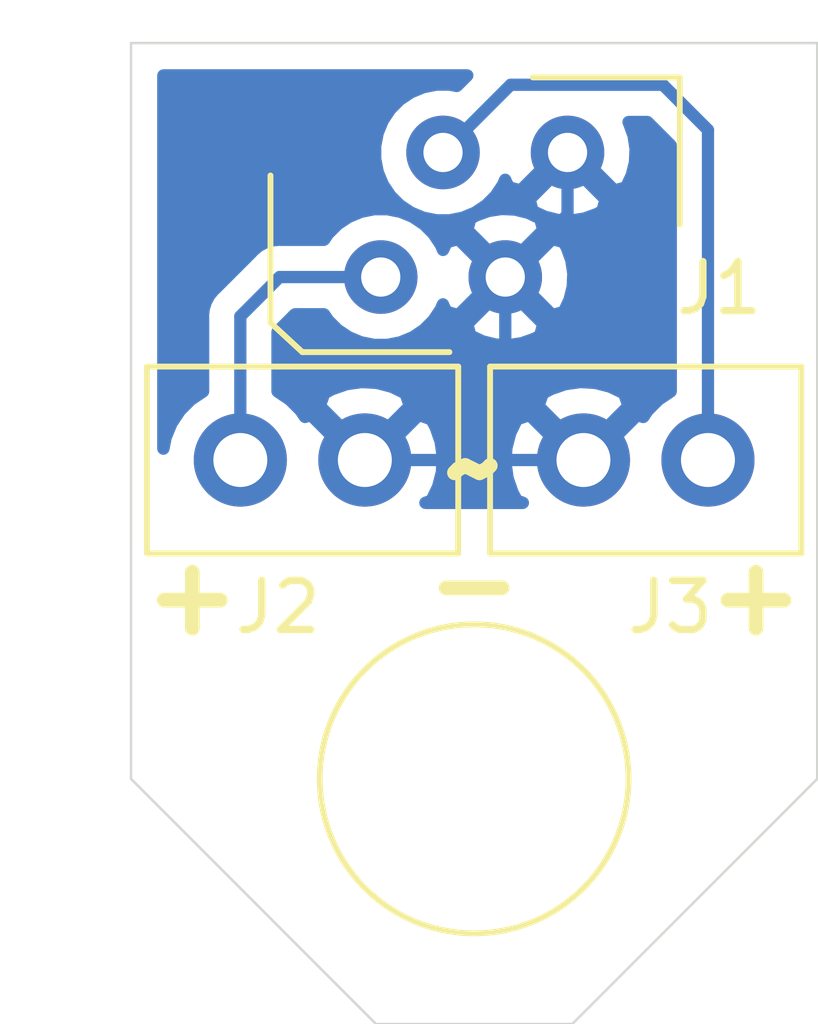
<source format=kicad_pcb>
(kicad_pcb (version 20171130) (host pcbnew "(5.1.6)-1")

  (general
    (thickness 1.6)
    (drawings 9)
    (tracks 13)
    (zones 0)
    (modules 4)
    (nets 4)
  )

  (page A4)
  (layers
    (0 F.Cu signal)
    (31 B.Cu signal)
    (32 B.Adhes user)
    (33 F.Adhes user)
    (34 B.Paste user)
    (35 F.Paste user)
    (36 B.SilkS user)
    (37 F.SilkS user)
    (38 B.Mask user)
    (39 F.Mask user)
    (40 Dwgs.User user)
    (41 Cmts.User user)
    (42 Eco1.User user)
    (43 Eco2.User user)
    (44 Edge.Cuts user)
    (45 Margin user)
    (46 B.CrtYd user)
    (47 F.CrtYd user)
    (48 B.Fab user)
    (49 F.Fab user)
  )

  (setup
    (last_trace_width 0.25)
    (trace_clearance 0.2)
    (zone_clearance 0.508)
    (zone_45_only no)
    (trace_min 0.2)
    (via_size 0.8)
    (via_drill 0.4)
    (via_min_size 0.4)
    (via_min_drill 0.3)
    (uvia_size 0.3)
    (uvia_drill 0.1)
    (uvias_allowed no)
    (uvia_min_size 0.2)
    (uvia_min_drill 0.1)
    (edge_width 0.05)
    (segment_width 0.2)
    (pcb_text_width 0.3)
    (pcb_text_size 1.5 1.5)
    (mod_edge_width 0.12)
    (mod_text_size 1 1)
    (mod_text_width 0.15)
    (pad_size 1.524 1.524)
    (pad_drill 0.762)
    (pad_to_mask_clearance 0.05)
    (aux_axis_origin 128 80)
    (visible_elements 7FFFFFFF)
    (pcbplotparams
      (layerselection 0x010f0_ffffffff)
      (usegerberextensions true)
      (usegerberattributes false)
      (usegerberadvancedattributes false)
      (creategerberjobfile false)
      (excludeedgelayer true)
      (linewidth 0.100000)
      (plotframeref false)
      (viasonmask false)
      (mode 1)
      (useauxorigin true)
      (hpglpennumber 1)
      (hpglpenspeed 20)
      (hpglpendiameter 15.000000)
      (psnegative false)
      (psa4output false)
      (plotreference true)
      (plotvalue true)
      (plotinvisibletext false)
      (padsonsilk false)
      (subtractmaskfromsilk false)
      (outputformat 1)
      (mirror false)
      (drillshape 0)
      (scaleselection 1)
      (outputdirectory "../Fabrication/Gerber"))
  )

  (net 0 "")
  (net 1 /LED1)
  (net 2 /LED2)
  (net 3 /GND)

  (net_class Default "This is the default net class."
    (clearance 0.2)
    (trace_width 0.25)
    (via_dia 0.8)
    (via_drill 0.4)
    (uvia_dia 0.3)
    (uvia_drill 0.1)
    (add_net /GND)
    (add_net /LED1)
    (add_net /LED2)
  )

  (module EsseivaN_Lib:MicroMatch_4P_Male (layer F.Cu) (tedit 5F61F4D7) (tstamp 5F6DDE74)
    (at 135 83.5)
    (path /5F6B2F8D)
    (fp_text reference J1 (at 5 1.5 -180) (layer F.SilkS)
      (effects (font (size 1 1) (thickness 0.15)))
    )
    (fp_text value MicroMatch_4P_Male (at -1.905 -3.53) (layer F.Fab)
      (effects (font (size 1 1) (thickness 0.15)))
    )
    (fp_line (start 4.095 -2.8) (end -4.105 -2.8) (layer F.CrtYd) (width 0.12))
    (fp_line (start 4.095 2.8) (end 4.095 -2.8) (layer F.CrtYd) (width 0.12))
    (fp_line (start -4.105 2.8) (end 4.095 2.8) (layer F.CrtYd) (width 0.12))
    (fp_line (start -4.105 -2.8) (end -4.105 2.8) (layer F.CrtYd) (width 0.12))
    (fp_line (start -3.505 2.8) (end -4.155 2.2) (layer F.SilkS) (width 0.12))
    (fp_line (start 4.195 0.2) (end 4.195 -2.8) (layer F.SilkS) (width 0.12))
    (fp_line (start -3.505 2.8) (end -0.505 2.8) (layer F.SilkS) (width 0.12))
    (fp_line (start 1.195 -2.8) (end 4.195 -2.8) (layer F.SilkS) (width 0.12))
    (fp_line (start -4.155 2.2) (end -4.155 -0.8) (layer F.SilkS) (width 0.12))
    (fp_line (start 3.175 2.54) (end -3.175 2.54) (layer F.Fab) (width 0.12))
    (fp_line (start 3.175 -2.54) (end 3.175 2.54) (layer F.Fab) (width 0.12))
    (fp_line (start -3.175 -2.54) (end 3.175 -2.54) (layer F.Fab) (width 0.12))
    (fp_line (start -3.175 2.54) (end -3.175 -2.54) (layer F.Fab) (width 0.12))
    (pad 1 thru_hole circle (at -1.905 1.27 90) (size 1.5 1.5) (drill 0.8) (layers *.Cu *.Mask)
      (net 1 /LED1))
    (pad 2 thru_hole circle (at -0.635 -1.27 90) (size 1.5 1.5) (drill 0.8) (layers *.Cu *.Mask)
      (net 2 /LED2))
    (pad 3 thru_hole circle (at 0.635 1.27 90) (size 1.5 1.5) (drill 0.8) (layers *.Cu *.Mask)
      (net 3 /GND))
    (pad 4 thru_hole circle (at 1.905 -1.27 90) (size 1.5 1.5) (drill 0.8) (layers *.Cu *.Mask)
      (net 3 /GND))
    (model C:/Workspace/3D/Cad/MicroMatch/c-215464-4-c-3d.stp
      (offset (xyz 0 0 3.6))
      (scale (xyz 1 1 1))
      (rotate (xyz 0 0 180))
    )
  )

  (module EsseivaN_Lib:VIS_M3 locked (layer F.Cu) (tedit 5F5C9F0A) (tstamp 5F6B4AC1)
    (at 135 95)
    (descr "Trou diamètre 3.2mm pour vis M3")
    (tags "Perçage M3 3.2mm trou vis")
    (fp_text reference VIS_M5_space (at 0 6) (layer F.SilkS) hide
      (effects (font (size 1.524 1.524) (thickness 0.3048)))
    )
    (fp_text value ~ (at 0 -6.35) (layer F.SilkS)
      (effects (font (size 1.524 1.524) (thickness 0.3048)))
    )
    (fp_circle (center 0 0) (end 3.15 0) (layer F.SilkS) (width 0.12))
    (fp_circle (center 0 0) (end 4 0) (layer F.CrtYd) (width 0.15))
    (fp_circle (center 0 0) (end 3.15 0) (layer F.CrtYd) (width 0.3048))
    (pad "" np_thru_hole circle (at 0 0) (size 3.2 3.2) (drill 3.2) (layers *.Cu *.Mask))
    (model ${KIPRJMOD}/Libraries/modules/packages3d/project/Vis-M3.wrl
      (at (xyz 0 0 0))
      (scale (xyz 1 1 1))
      (rotate (xyz 0 0 0))
    )
  )

  (module EsseivaN_Lib:WireConn_02 (layer F.Cu) (tedit 5F6B1429) (tstamp 5F6DE048)
    (at 131.5 88.5)
    (path /5F6B66B7)
    (fp_text reference J2 (at -0.5 3 180) (layer F.SilkS)
      (effects (font (size 1 1) (thickness 0.15)))
    )
    (fp_text value LED_1 (at 0 -2.54) (layer F.Fab)
      (effects (font (size 1 1) (thickness 0.15)))
    )
    (fp_line (start -3.175 -1.905) (end 3.175 -1.905) (layer F.SilkS) (width 0.12))
    (fp_line (start 3.175 -1.905) (end 3.175 1.905) (layer F.SilkS) (width 0.12))
    (fp_line (start 3.175 1.905) (end -3.175 1.905) (layer F.SilkS) (width 0.12))
    (fp_line (start -3.175 1.905) (end -3.175 -1.905) (layer F.SilkS) (width 0.12))
    (pad 1 thru_hole circle (at -1.27 0) (size 1.9 1.9) (drill 1.1) (layers *.Cu *.Mask)
      (net 1 /LED1))
    (pad 2 thru_hole circle (at 1.27 0) (size 1.9 1.9) (drill 1.1) (layers *.Cu *.Mask)
      (net 3 /GND))
  )

  (module EsseivaN_Lib:WireConn_02 (layer F.Cu) (tedit 5F6B1429) (tstamp 5F6B4299)
    (at 138.5 88.5 180)
    (path /5F6B789B)
    (fp_text reference J3 (at -0.5 -3 180) (layer F.SilkS)
      (effects (font (size 1 1) (thickness 0.15)))
    )
    (fp_text value LED_2 (at 0 -2.54) (layer F.Fab)
      (effects (font (size 1 1) (thickness 0.15)))
    )
    (fp_line (start -3.175 1.905) (end -3.175 -1.905) (layer F.SilkS) (width 0.12))
    (fp_line (start 3.175 1.905) (end -3.175 1.905) (layer F.SilkS) (width 0.12))
    (fp_line (start 3.175 -1.905) (end 3.175 1.905) (layer F.SilkS) (width 0.12))
    (fp_line (start -3.175 -1.905) (end 3.175 -1.905) (layer F.SilkS) (width 0.12))
    (pad 2 thru_hole circle (at 1.27 0 180) (size 1.9 1.9) (drill 1.1) (layers *.Cu *.Mask)
      (net 3 /GND))
    (pad 1 thru_hole circle (at -1.27 0 180) (size 1.9 1.9) (drill 1.1) (layers *.Cu *.Mask)
      (net 2 /LED2))
  )

  (gr_text + (at 129.25 91.25) (layer F.SilkS) (tstamp 5F6DE11F)
    (effects (font (size 1.5 1.5) (thickness 0.3)) (justify mirror))
  )
  (gr_text + (at 140.75 91.25) (layer F.SilkS) (tstamp 5F6DE0FA)
    (effects (font (size 1.5 1.5) (thickness 0.3)) (justify mirror))
  )
  (gr_text - (at 135 91) (layer F.SilkS)
    (effects (font (size 1.5 1.5) (thickness 0.3)) (justify mirror))
  )
  (gr_line (start 137 100) (end 142 95) (layer Edge.Cuts) (width 0.05))
  (gr_line (start 128 95) (end 133 100) (layer Edge.Cuts) (width 0.05))
  (gr_line (start 128 80) (end 128 95) (layer Edge.Cuts) (width 0.05) (tstamp 5F6B4AC2))
  (gr_line (start 142 80) (end 128 80) (layer Edge.Cuts) (width 0.05))
  (gr_line (start 142 95) (end 142 80) (layer Edge.Cuts) (width 0.05))
  (gr_line (start 133 100) (end 137 100) (layer Edge.Cuts) (width 0.05))

  (segment (start 133.095 84.77) (end 131.03 84.77) (width 0.25) (layer B.Cu) (net 1))
  (segment (start 130.23 85.57) (end 130.23 88.5) (width 0.25) (layer B.Cu) (net 1))
  (segment (start 131.03 84.77) (end 130.23 85.57) (width 0.25) (layer B.Cu) (net 1))
  (segment (start 139.77 88.5) (end 139.77 81.77) (width 0.25) (layer B.Cu) (net 2))
  (segment (start 139.77 81.77) (end 138.85 80.85) (width 0.25) (layer B.Cu) (net 2))
  (segment (start 135.745 80.85) (end 134.365 82.23) (width 0.25) (layer B.Cu) (net 2))
  (segment (start 138.85 80.85) (end 135.745 80.85) (width 0.25) (layer B.Cu) (net 2))
  (segment (start 135.635 88.485) (end 135.65 88.5) (width 0.25) (layer B.Cu) (net 3))
  (segment (start 135.635 84.77) (end 135.635 88.485) (width 0.25) (layer B.Cu) (net 3))
  (segment (start 132.77 88.5) (end 135.65 88.5) (width 0.25) (layer B.Cu) (net 3))
  (segment (start 135.65 88.5) (end 137.23 88.5) (width 0.25) (layer B.Cu) (net 3))
  (segment (start 136.905 83.5) (end 135.635 84.77) (width 0.25) (layer B.Cu) (net 3))
  (segment (start 136.905 82.23) (end 136.905 83.5) (width 0.25) (layer B.Cu) (net 3))

  (zone (net 3) (net_name /GND) (layer B.Cu) (tstamp 5F85F5B9) (hatch edge 0.508)
    (connect_pads (clearance 0.508))
    (min_thickness 0.254)
    (fill yes (arc_segments 32) (thermal_gap 0.508) (thermal_bridge_width 0.508))
    (polygon
      (pts
        (xy 142 89.5) (xy 128 89.5) (xy 128 80) (xy 142 80)
      )
    )
    (filled_polygon
      (pts
        (xy 134.646365 80.873833) (xy 134.501411 80.845) (xy 134.228589 80.845) (xy 133.961011 80.898225) (xy 133.708957 81.002629)
        (xy 133.482114 81.154201) (xy 133.289201 81.347114) (xy 133.137629 81.573957) (xy 133.033225 81.826011) (xy 132.98 82.093589)
        (xy 132.98 82.366411) (xy 133.033225 82.633989) (xy 133.137629 82.886043) (xy 133.289201 83.112886) (xy 133.482114 83.305799)
        (xy 133.708957 83.457371) (xy 133.961011 83.561775) (xy 134.228589 83.615) (xy 134.501411 83.615) (xy 134.768989 83.561775)
        (xy 135.021043 83.457371) (xy 135.247886 83.305799) (xy 135.366692 83.186993) (xy 136.127612 83.186993) (xy 136.193137 83.42586)
        (xy 136.440116 83.54176) (xy 136.70496 83.60725) (xy 136.977492 83.619812) (xy 137.247238 83.578965) (xy 137.503832 83.486277)
        (xy 137.616863 83.42586) (xy 137.682388 83.186993) (xy 136.905 82.409605) (xy 136.127612 83.186993) (xy 135.366692 83.186993)
        (xy 135.440799 83.112886) (xy 135.592371 82.886043) (xy 135.633511 82.786721) (xy 135.648723 82.828832) (xy 135.70914 82.941863)
        (xy 135.948007 83.007388) (xy 136.725395 82.23) (xy 136.711253 82.215858) (xy 136.890858 82.036253) (xy 136.905 82.050395)
        (xy 136.919143 82.036253) (xy 137.098748 82.215858) (xy 137.084605 82.23) (xy 137.861993 83.007388) (xy 138.10086 82.941863)
        (xy 138.21676 82.694884) (xy 138.28225 82.43004) (xy 138.294812 82.157508) (xy 138.253965 81.887762) (xy 138.161277 81.631168)
        (xy 138.149962 81.61) (xy 138.535198 81.61) (xy 139.010001 82.084803) (xy 139.01 87.101552) (xy 138.759621 87.26885)
        (xy 138.53885 87.489621) (xy 138.450613 87.621676) (xy 138.329752 87.579853) (xy 137.409605 88.5) (xy 137.423748 88.514143)
        (xy 137.244143 88.693748) (xy 137.23 88.679605) (xy 137.215858 88.693748) (xy 137.036253 88.514143) (xy 137.050395 88.5)
        (xy 136.130248 87.579853) (xy 135.870958 87.669579) (xy 135.735065 87.950671) (xy 135.656621 88.252873) (xy 135.638641 88.564573)
        (xy 135.681816 88.873791) (xy 135.784487 89.168644) (xy 135.870958 89.330421) (xy 135.994003 89.373) (xy 134.005997 89.373)
        (xy 134.129042 89.330421) (xy 134.264935 89.049329) (xy 134.343379 88.747127) (xy 134.361359 88.435427) (xy 134.318184 88.126209)
        (xy 134.215513 87.831356) (xy 134.129042 87.669579) (xy 133.869752 87.579853) (xy 132.949605 88.5) (xy 132.963748 88.514143)
        (xy 132.784143 88.693748) (xy 132.77 88.679605) (xy 132.755858 88.693748) (xy 132.576253 88.514143) (xy 132.590395 88.5)
        (xy 131.670248 87.579853) (xy 131.549387 87.621676) (xy 131.46115 87.489621) (xy 131.371777 87.400248) (xy 131.849853 87.400248)
        (xy 132.77 88.320395) (xy 133.690147 87.400248) (xy 136.309853 87.400248) (xy 137.23 88.320395) (xy 138.150147 87.400248)
        (xy 138.060421 87.140958) (xy 137.779329 87.005065) (xy 137.477127 86.926621) (xy 137.165427 86.908641) (xy 136.856209 86.951816)
        (xy 136.561356 87.054487) (xy 136.399579 87.140958) (xy 136.309853 87.400248) (xy 133.690147 87.400248) (xy 133.600421 87.140958)
        (xy 133.319329 87.005065) (xy 133.017127 86.926621) (xy 132.705427 86.908641) (xy 132.396209 86.951816) (xy 132.101356 87.054487)
        (xy 131.939579 87.140958) (xy 131.849853 87.400248) (xy 131.371777 87.400248) (xy 131.240379 87.26885) (xy 130.99 87.101552)
        (xy 130.99 85.884801) (xy 131.344802 85.53) (xy 131.937091 85.53) (xy 132.019201 85.652886) (xy 132.212114 85.845799)
        (xy 132.438957 85.997371) (xy 132.691011 86.101775) (xy 132.958589 86.155) (xy 133.231411 86.155) (xy 133.498989 86.101775)
        (xy 133.751043 85.997371) (xy 133.977886 85.845799) (xy 134.096692 85.726993) (xy 134.857612 85.726993) (xy 134.923137 85.96586)
        (xy 135.170116 86.08176) (xy 135.43496 86.14725) (xy 135.707492 86.159812) (xy 135.977238 86.118965) (xy 136.233832 86.026277)
        (xy 136.346863 85.96586) (xy 136.412388 85.726993) (xy 135.635 84.949605) (xy 134.857612 85.726993) (xy 134.096692 85.726993)
        (xy 134.170799 85.652886) (xy 134.322371 85.426043) (xy 134.363511 85.326721) (xy 134.378723 85.368832) (xy 134.43914 85.481863)
        (xy 134.678007 85.547388) (xy 135.455395 84.77) (xy 135.814605 84.77) (xy 136.591993 85.547388) (xy 136.83086 85.481863)
        (xy 136.94676 85.234884) (xy 137.01225 84.97004) (xy 137.024812 84.697508) (xy 136.983965 84.427762) (xy 136.891277 84.171168)
        (xy 136.83086 84.058137) (xy 136.591993 83.992612) (xy 135.814605 84.77) (xy 135.455395 84.77) (xy 134.678007 83.992612)
        (xy 134.43914 84.058137) (xy 134.364836 84.216477) (xy 134.322371 84.113957) (xy 134.170799 83.887114) (xy 134.096692 83.813007)
        (xy 134.857612 83.813007) (xy 135.635 84.590395) (xy 136.412388 83.813007) (xy 136.346863 83.57414) (xy 136.099884 83.45824)
        (xy 135.83504 83.39275) (xy 135.562508 83.380188) (xy 135.292762 83.421035) (xy 135.036168 83.513723) (xy 134.923137 83.57414)
        (xy 134.857612 83.813007) (xy 134.096692 83.813007) (xy 133.977886 83.694201) (xy 133.751043 83.542629) (xy 133.498989 83.438225)
        (xy 133.231411 83.385) (xy 132.958589 83.385) (xy 132.691011 83.438225) (xy 132.438957 83.542629) (xy 132.212114 83.694201)
        (xy 132.019201 83.887114) (xy 131.937091 84.01) (xy 131.067323 84.01) (xy 131.03 84.006324) (xy 130.992677 84.01)
        (xy 130.992667 84.01) (xy 130.881014 84.020997) (xy 130.737753 84.064454) (xy 130.605724 84.135026) (xy 130.489999 84.229999)
        (xy 130.466201 84.258998) (xy 129.719002 85.006197) (xy 129.689999 85.029999) (xy 129.634871 85.097174) (xy 129.595026 85.145724)
        (xy 129.547369 85.234884) (xy 129.524454 85.277754) (xy 129.480997 85.421015) (xy 129.47 85.532668) (xy 129.47 85.532678)
        (xy 129.466324 85.57) (xy 129.47 85.607323) (xy 129.470001 87.101552) (xy 129.219621 87.26885) (xy 128.99885 87.489621)
        (xy 128.825391 87.749221) (xy 128.705911 88.037673) (xy 128.66 88.268481) (xy 128.66 80.66) (xy 134.860198 80.66)
      )
    )
  )
)

</source>
